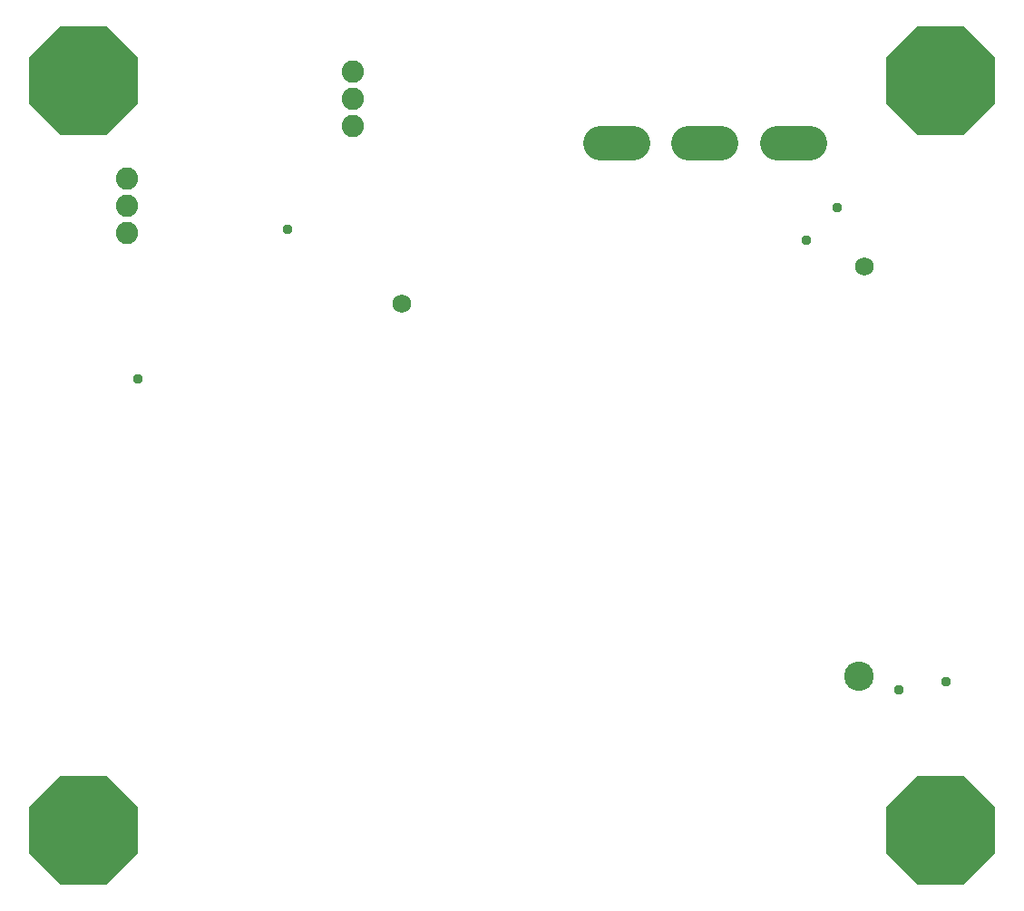
<source format=gbr>
G04 EAGLE Gerber RS-274X export*
G75*
%MOMM*%
%FSLAX34Y34*%
%LPD*%
%INSoldermask Top*%
%IPPOS*%
%AMOC8*
5,1,8,0,0,1.08239X$1,22.5*%
G01*
%ADD10P,11.043842X8X22.500000*%
%ADD11C,3.251200*%
%ADD12C,2.082800*%
%ADD13C,0.959600*%
%ADD14C,1.727200*%
%ADD15C,2.743200*%


D10*
X322580Y232410D03*
X1122680Y232410D03*
X1122680Y932180D03*
X322580Y932180D03*
D11*
X970000Y873900D02*
X1000480Y873900D01*
X917980Y873900D02*
X887500Y873900D01*
X835480Y873900D02*
X805000Y873900D01*
D12*
X574040Y941070D03*
X574040Y915670D03*
X574040Y890270D03*
X363220Y789940D03*
X363220Y815340D03*
X363220Y840740D03*
D13*
X1127760Y370840D03*
X1083310Y363220D03*
D14*
X1051560Y758910D03*
X619760Y723900D03*
D13*
X373380Y654050D03*
X513080Y793750D03*
D15*
X1046480Y375920D03*
D13*
X1026160Y814070D03*
X996950Y783590D03*
M02*

</source>
